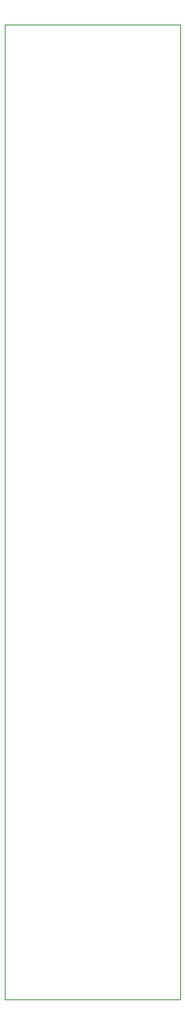
<source format=gbr>
%TF.GenerationSoftware,KiCad,Pcbnew,7.0.7*%
%TF.CreationDate,2023-08-21T13:23:20+01:00*%
%TF.ProjectId,QuadEnv_Components_2,51756164-456e-4765-9f43-6f6d706f6e65,rev?*%
%TF.SameCoordinates,Original*%
%TF.FileFunction,Profile,NP*%
%FSLAX46Y46*%
G04 Gerber Fmt 4.6, Leading zero omitted, Abs format (unit mm)*
G04 Created by KiCad (PCBNEW 7.0.7) date 2023-08-21 13:23:20*
%MOMM*%
%LPD*%
G01*
G04 APERTURE LIST*
%TA.AperFunction,Profile*%
%ADD10C,0.100000*%
%TD*%
G04 APERTURE END LIST*
D10*
X50000000Y-50000000D02*
X68800000Y-50000000D01*
X68800000Y-154000000D01*
X50000000Y-154000000D01*
X50000000Y-50000000D01*
M02*

</source>
